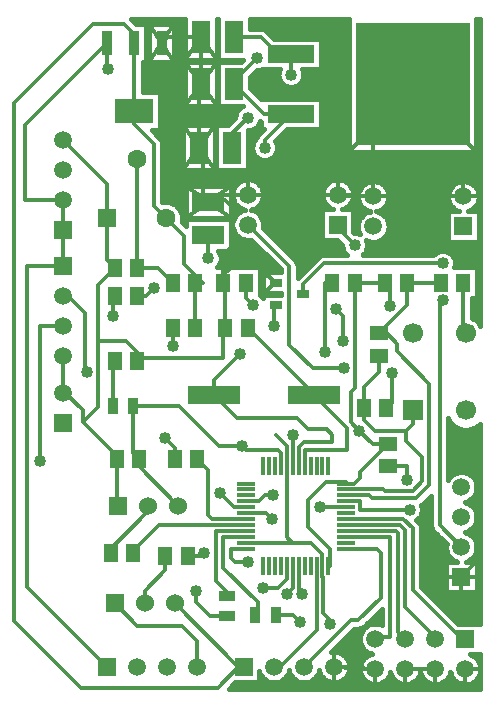
<source format=gbr>
G04 DipTrace 3.1.0.1*
G04 copper-top.gbr*
%MOIN*%
G04 #@! TF.FileFunction,Copper,L1,Top*
G04 #@! TF.Part,Single*
G04 #@! TA.AperFunction,CopperBalancing*
%ADD14C,0.012992*%
%ADD15C,0.011811*%
%ADD16C,0.015748*%
%ADD17R,0.051181X0.059055*%
%ADD18R,0.062992X0.106299*%
%ADD19R,0.106299X0.062992*%
%ADD20R,0.059055X0.051181*%
%ADD22R,0.055118X0.033465*%
%ADD23R,0.033465X0.055118*%
G04 #@! TA.AperFunction,ComponentPad*
%ADD24R,0.06X0.06*%
%ADD25C,0.06*%
%ADD26R,0.059055X0.059055*%
%ADD27C,0.059055*%
%ADD29R,0.041339X0.025591*%
G04 #@! TA.AperFunction,ComponentPad*
%ADD30R,0.062992X0.062992*%
%ADD31C,0.062992*%
%ADD32R,0.066929X0.066929*%
%ADD33C,0.066929*%
%ADD35R,0.011811X0.062992*%
%ADD36R,0.062992X0.011811*%
%ADD38R,0.037402X0.084646*%
%ADD39R,0.127953X0.084646*%
%ADD41R,0.155512X0.059055*%
%ADD42R,0.38189X0.409449*%
G04 #@! TA.AperFunction,ComponentPad*
%ADD43C,0.059055*%
%ADD45R,0.177165X0.059055*%
G04 #@! TA.AperFunction,ViaPad*
%ADD46C,0.04*%
%FSLAX26Y26*%
G04*
G70*
G90*
G75*
G01*
G04 Top*
%LPD*%
X670093Y1956037D2*
D14*
Y2056037D1*
Y1956037D2*
Y1837299D1*
X1428169Y2343470D2*
X1338472D1*
X1238457Y2443486D1*
X670093Y2056037D2*
X540782D1*
Y2305871D1*
X815882Y2580971D1*
X670093Y1837299D2*
X548194D1*
Y767499D1*
X815753Y499940D1*
X1238457Y2443486D2*
Y2453732D1*
X1315701Y2530976D1*
X818701Y2493701D2*
X815882D1*
Y2580971D1*
X1153218Y1939541D2*
Y1862297D1*
X1340698Y2231008D2*
Y2255999D1*
X1428169Y2343470D1*
X1468745Y1743654D2*
Y1775832D1*
X1538877Y1845963D1*
X1934269D1*
Y1724222D2*
X1923785Y1713738D1*
Y973003D1*
X1996879Y899908D1*
X1610262Y934367D2*
X1759404D1*
Y599929D1*
X1703171D1*
X1709409Y593690D1*
X1610262Y954052D2*
X1780241D1*
X1786220Y948073D1*
Y616879D1*
X1809409Y593690D1*
X1610262Y973738D2*
X1792886D1*
X1809399Y957224D1*
Y699919D1*
X1915627Y593690D1*
X1909409D1*
X1610262Y993423D2*
X1803365D1*
X1834396Y962391D1*
Y756163D1*
X1994094Y596465D1*
Y609005D1*
X2009409Y593690D1*
X1559425Y643675D2*
Y656173D1*
X1534428Y681171D1*
Y798982D1*
X1533491Y799919D1*
D15*
Y837911D1*
X2003129Y2068535D2*
D14*
X1760236D1*
X1703129D1*
X1590672D1*
X1584423Y2074785D1*
X1703129Y2068535D2*
Y2312878D1*
X1833720Y2443470D1*
X1584423Y2074785D2*
X1284423D1*
X1178226D1*
X1153218Y2049777D1*
X1134470D1*
Y2231008D1*
X1121971D1*
Y2443486D1*
X1128220D1*
Y2599717D2*
Y2443486D1*
Y2599717D2*
X1015730D1*
X996984Y2580971D1*
X815753Y1996661D2*
Y1856047D1*
X840751Y1831050D1*
X815753Y1996661D2*
Y2110377D1*
X670093Y2256037D1*
Y1537299D2*
Y1412349D1*
Y1420112D1*
X734617Y1355588D1*
Y1316575D1*
X857575Y1193617D1*
X847000D1*
X915743Y1518583D2*
Y1549829D1*
X878247Y1587325D1*
X784507D1*
Y1774806D1*
X840751Y1831050D1*
X1209462Y1631071D2*
Y1774995D1*
X1203402Y1781055D1*
Y1874984D1*
X1228210Y1899793D1*
Y2037278D1*
X1209462Y2056026D1*
X1159467D1*
X1153218Y2049777D1*
X915743Y1518583D2*
Y1531081D1*
X1203213D1*
Y1631071D1*
X1209462D1*
X1203402Y1781055D2*
Y1806241D1*
X1278205Y1881045D1*
X1378194Y1781055D1*
X1115753Y499940D2*
Y587399D1*
X1065727Y637425D1*
X915743D1*
X840751Y712417D1*
X784507Y1587325D2*
Y1366465D1*
X734617Y1316575D1*
X847000Y1193617D2*
Y1043633D1*
X853249Y1037383D1*
X1709409Y493690D2*
X1571955Y499940D1*
X1909409Y493690D2*
X1809409D1*
X1600990Y1587836D2*
Y1669235D1*
X1576924Y1693301D1*
X1727698Y1884785D2*
X1760236Y1917323D1*
Y2068535D1*
X1996879Y799908D2*
X2046063Y849092D1*
Y1141339D1*
X1968701Y1218701D1*
X1671913Y1362349D2*
Y1324150D1*
X1708268Y1287795D1*
X1812205D1*
X1834396Y1309987D1*
Y1356100D1*
X1721908Y1537331D2*
Y1483325D1*
X1671913Y1433331D1*
Y1362349D1*
X1279554Y914682D2*
D15*
X1317546D1*
D14*
X1432977D1*
X1494711D1*
X1533491Y875903D1*
D15*
Y837911D1*
X1812205Y1287795D2*
D14*
Y1253304D1*
X1865643Y1199866D1*
Y1118625D1*
X1834396Y1087378D1*
X1740656D1*
X1734407Y1093627D1*
X1650034D1*
X1648255Y1091848D1*
D15*
X1610262D1*
X1415381Y1168619D2*
Y1206612D1*
D14*
Y1237672D1*
X1378194Y1274858D1*
X1415381Y1168619D2*
D15*
Y1130627D1*
D14*
Y932278D1*
X1432977Y914682D1*
X1279554Y954052D2*
X1178215D1*
Y787409D1*
X1228055Y737570D1*
X1215711D1*
X1279554Y934367D2*
X1203213D1*
Y831433D1*
X1318504Y716142D1*
Y683974D1*
X1309451Y674921D1*
X1928136Y1781055D2*
X1815459D1*
Y1705685D1*
X1721908Y1612134D1*
X1610262Y1072163D2*
X1690042D1*
X1699824Y1062381D1*
X1846895D1*
X1890157Y1105643D1*
Y1443701D1*
X1781444Y1552415D1*
Y1578399D1*
X1747709Y1612134D1*
X1721908D1*
X1506612Y1406094D2*
Y1408724D1*
X1284265Y1631071D1*
X1474436Y1168619D2*
D15*
Y1206612D1*
D14*
Y1224864D1*
X1615669D1*
Y1297037D1*
X1506612Y1406094D1*
X1278205Y1781055D2*
Y1731060D1*
X1303202Y1706063D1*
X1171966Y1406094D2*
Y1456089D1*
X1259457Y1543580D1*
X1454751Y1168619D2*
D15*
Y1206612D1*
D14*
Y1232677D1*
X1471934Y1249861D1*
X1565675D1*
Y1274858D1*
X1546927Y1293606D1*
X1484433D1*
X1446937Y1331102D1*
X1246958D1*
X1171966Y1406094D1*
X915554Y1831050D2*
X984486D1*
X1034480Y1781055D1*
X915554Y1831050D2*
Y2192136D1*
X914178Y2193512D1*
X1279554Y1052478D2*
Y1052521D1*
X1323248D1*
X1343497Y1072770D1*
X1367117D1*
X1284423Y1974785D2*
X1422441Y1836766D1*
Y1573622D1*
X1500394Y1495669D1*
X1604331D1*
X1740656Y1781055D2*
X1640478D1*
X906433Y2352625D2*
Y2580971D1*
X1109283Y1631071D2*
Y1781055D1*
X1134470D1*
X1071976Y1843549D1*
Y1937289D1*
X1012604Y1996661D1*
X906433Y2352625D2*
Y2309060D1*
X971987Y2243507D1*
Y2037278D1*
X1012604Y1996661D1*
X903244Y1368598D2*
Y1212176D1*
X921803Y1193617D1*
Y1168829D1*
X1053249Y1037383D1*
X1232207Y2231008D2*
Y2278751D1*
X1284454Y2330997D1*
X1271955Y499940D2*
X1253228D1*
X1040751Y712417D1*
X1279554Y894997D2*
D15*
X1241562D1*
D14*
X1228210D1*
Y862402D1*
X1240709Y849903D1*
X1284454D1*
X1553176Y837911D2*
X1557457D1*
Y892937D1*
X1484433Y965961D1*
Y1056131D1*
X1544115Y1115814D1*
X1610262D1*
Y1111533D1*
X906433Y2580971D2*
X903244D1*
Y2612218D1*
X871761Y2643701D1*
X768701D1*
X504344Y2379344D1*
Y655115D1*
X728262Y431197D1*
X1184486D1*
X1253228Y499940D1*
X1640478Y1781055D2*
X1642148D1*
Y1429550D1*
X1628575Y1415976D1*
Y1315520D1*
X1656299Y1287795D1*
X1700672Y1243423D1*
X1753155D1*
X1746717Y1362349D2*
X1763965Y1379597D1*
Y1478995D1*
X1759280Y1703621D2*
X1756997Y1705903D1*
Y1764714D1*
X1740656Y1781055D1*
X1610262Y1111533D2*
X1639824D1*
X1659415Y1131123D1*
Y1149682D1*
X1753155Y1243423D1*
X1266535Y1235827D2*
X1188583D1*
X1055811Y1368598D1*
X903244D1*
X1395696Y1168619D2*
D15*
Y1206612D1*
D14*
Y1213612D1*
X1384444Y1224864D1*
X1277499D1*
X1266535Y1235827D1*
X1454751Y837911D2*
D15*
Y799919D1*
D14*
Y754598D1*
X1465685Y743664D1*
X1584423Y1974785D2*
Y1962286D1*
X1640667Y1906042D1*
X916203Y1735432D2*
X945112D1*
X971987Y1762307D1*
X1279554Y1013108D2*
D15*
X1317546D1*
D14*
X1345245D1*
X1364171Y994182D1*
X834316Y1670852D2*
Y1728348D1*
X841400Y1735432D1*
X1435066Y837911D2*
D15*
Y799919D1*
D14*
Y763039D1*
X1415690Y743664D1*
X1610262Y1032793D2*
X1526378D1*
X1139528Y880866D2*
X1127312Y868651D1*
X1084286D1*
X1513806Y837911D2*
Y623052D1*
X1371955Y481202D1*
Y499940D1*
X1610262Y894997D2*
D15*
X1648255D1*
D14*
X1714310D1*
X1728157Y881150D1*
Y731165D1*
X1653165Y656173D1*
X1628189D1*
X1471955Y499940D1*
X1610262Y1052478D2*
D15*
X1657657D1*
D14*
Y1024885D1*
X1823890D1*
X1040919Y1193617D2*
Y1230924D1*
X1009483Y1262360D1*
X1279554Y993423D2*
D15*
X1241562D1*
D14*
X1165932D1*
X1153218Y1006136D1*
Y1156121D1*
X1115722Y1193617D1*
X1428189Y2543472D2*
X1384446D1*
X1328202Y2599717D1*
X1238457D1*
X1371945Y1637320D2*
Y1700003D1*
X1378194Y1706252D1*
X1428189Y2474732D2*
Y2543472D1*
X1279554Y973738D2*
X989583D1*
X903244Y887399D1*
X909493D1*
X903244Y881150D1*
X1009483Y868651D2*
Y822869D1*
X940751Y754136D1*
Y712417D1*
X828441Y881150D2*
X815753D1*
X953249Y1018646D1*
Y1037383D1*
X670093Y1637299D2*
X590385D1*
Y1188060D1*
X1415381Y837911D2*
D15*
Y799919D1*
D14*
Y793349D1*
X1384444Y762412D1*
X1334449D1*
X670093Y1737299D2*
X684528D1*
X740761Y1681066D1*
Y1493585D1*
X747198Y1482329D1*
X1279554Y1032793D2*
D15*
X1241562D1*
D14*
X1239050D1*
X1190714Y1081129D1*
X1435066Y1168619D2*
D15*
X1434438Y1206612D1*
D14*
Y1274858D1*
X1540677Y1549829D2*
Y1781055D1*
X1565675D1*
X2002940D2*
Y1620627D1*
X2011562Y1612005D1*
X1034480Y1631071D2*
Y1570570D1*
X1110630Y751906D2*
Y716142D1*
X1158100Y668672D1*
X1215711D1*
X1815648Y1124874D2*
Y1168619D1*
X1753155D1*
X1378349Y674921D2*
X1434438D1*
X1459436Y649924D1*
X834346Y1368598D2*
Y1511990D1*
X840940Y1518583D1*
D46*
X1934269Y1845963D3*
Y1724222D3*
X1600990Y1587836D3*
X1576924Y1693301D3*
X1727698Y1884785D3*
X1968701Y1218701D3*
X1367117Y1072770D3*
X1604331Y1495669D3*
X1763965Y1478995D3*
X1759280Y1703621D3*
X1266535Y1235827D3*
X1656299Y1287795D3*
X1266535Y1235827D3*
X1364171Y994182D3*
X834316Y1670852D3*
X1526378Y1032793D3*
X1139528Y880866D3*
X1823890Y1024885D3*
X1034480Y1570570D3*
X1110630Y751906D3*
X1459436Y649924D3*
X1815648Y1124874D3*
X1559425Y643675D3*
X971987Y1762307D3*
X1640667Y1906042D3*
X1284454Y2330997D3*
X1315701Y2530976D3*
X818701Y2493701D3*
X1465685Y743664D3*
X1415690D3*
X1434438Y1274858D3*
X1540677Y1549829D3*
X1009483Y1262360D3*
X1153218Y1862297D3*
X1340698Y2231008D3*
X1371945Y1637320D3*
X1428189Y2474732D3*
X590385Y1188060D3*
X1284454Y849903D3*
X1190714Y1081129D3*
X1334449Y762412D3*
X1303202Y1706063D3*
X1259457Y1543580D3*
X747198Y1482329D3*
X1038770Y2644226D2*
D16*
X1073668D1*
X1293015D2*
X1619713D1*
X2047752D2*
X2058258D1*
X1038770Y2628609D2*
X1073668D1*
X1293015D2*
X1619713D1*
X2047752D2*
X2058258D1*
X1038770Y2612992D2*
X1073668D1*
X1356099D2*
X1619713D1*
X2047752D2*
X2058258D1*
X1038770Y2597375D2*
X1073668D1*
X1371694D2*
X1619713D1*
X2047752D2*
X2058258D1*
X1038770Y2581759D2*
X1073668D1*
X1529020D2*
X1619713D1*
X2047752D2*
X2058258D1*
X1038770Y2566142D2*
X1073668D1*
X1529020D2*
X1619713D1*
X2047752D2*
X2058258D1*
X1038770Y2550525D2*
X1073668D1*
X1529020D2*
X1619713D1*
X2047752D2*
X2058258D1*
X1038770Y2534908D2*
X1073668D1*
X1529020D2*
X1619713D1*
X2047752D2*
X2058258D1*
X1038770Y2519291D2*
X1262860D1*
X1529020D2*
X1619713D1*
X2047752D2*
X2058258D1*
X936008Y2503675D2*
X1073668D1*
X1529020D2*
X1619713D1*
X2047752D2*
X2058258D1*
X936008Y2488058D2*
X1073668D1*
X1313930D2*
X1387306D1*
X1469073D2*
X1619713D1*
X2047752D2*
X2058258D1*
X936008Y2472441D2*
X1073668D1*
X1298336D2*
X1385184D1*
X1471195D2*
X1619713D1*
X2047752D2*
X2058258D1*
X936008Y2456824D2*
X1073668D1*
X1293015D2*
X1389182D1*
X1467197D2*
X1619713D1*
X2047752D2*
X2058258D1*
X936008Y2441207D2*
X1073668D1*
X1293015D2*
X1402162D1*
X1454217D2*
X1619713D1*
X2047752D2*
X2058258D1*
X936008Y2425591D2*
X1073668D1*
X1297506D2*
X1619713D1*
X2047752D2*
X2058258D1*
X993495Y2409974D2*
X1073668D1*
X1313131D2*
X1619713D1*
X2047752D2*
X2058258D1*
X993495Y2394357D2*
X1073668D1*
X1528989D2*
X1619713D1*
X2047752D2*
X2058258D1*
X993495Y2378740D2*
X1073668D1*
X1528989D2*
X1619713D1*
X2047752D2*
X2058258D1*
X993495Y2363123D2*
X1256616D1*
X1528989D2*
X1619713D1*
X2047752D2*
X2058258D1*
X993495Y2347507D2*
X1244805D1*
X1528989D2*
X1619713D1*
X2047752D2*
X2058258D1*
X993495Y2331890D2*
X1241391D1*
X1528989D2*
X1619713D1*
X2047752D2*
X2058258D1*
X993495Y2316273D2*
X1228565D1*
X1528989D2*
X1619713D1*
X2047752D2*
X2058258D1*
X993495Y2300656D2*
X1067394D1*
X1314330D2*
X1327328D1*
X1528989D2*
X1619713D1*
X2047752D2*
X2058258D1*
X971626Y2285039D2*
X1067394D1*
X1286771D2*
X1328589D1*
X1410910D2*
X1619713D1*
X2047752D2*
X2058258D1*
X987220Y2269423D2*
X1067394D1*
X1286771D2*
X1314564D1*
X1395285D2*
X1619713D1*
X2047752D2*
X2058258D1*
X999585Y2253806D2*
X1067394D1*
X1286771D2*
X1304444D1*
X1379660D2*
X1619713D1*
X2047752D2*
X2058258D1*
X1001553Y2238189D2*
X1067394D1*
X1286771D2*
X1298262D1*
X1383135D2*
X1619713D1*
X2047752D2*
X2058258D1*
X1001553Y2222572D2*
X1067394D1*
X1286771D2*
X1298508D1*
X1382889D2*
X1619713D1*
X2047752D2*
X2058258D1*
X1001553Y2206955D2*
X1067394D1*
X1286771D2*
X1305306D1*
X1376092D2*
X2058258D1*
X1001553Y2191339D2*
X1067394D1*
X1286771D2*
X1326959D1*
X1354438D2*
X2058258D1*
X1001553Y2175722D2*
X1067394D1*
X1286771D2*
X2058258D1*
X1001553Y2160105D2*
X1067394D1*
X1286771D2*
X2058258D1*
X1001553Y2144488D2*
X2058258D1*
X1001553Y2128871D2*
X2058258D1*
X1001553Y2113255D2*
X1249326D1*
X1319528D2*
X1549339D1*
X1619510D2*
X1676984D1*
X1729285D2*
X1976996D1*
X2029266D2*
X2058258D1*
X1001553Y2097638D2*
X1076990D1*
X1331616D2*
X1537220D1*
X1631628D2*
X1659636D1*
X1746601D2*
X1959649D1*
X2046614D2*
X2058258D1*
X1001553Y2082021D2*
X1076990D1*
X1336506D2*
X1532330D1*
X1636519D2*
X1652347D1*
X1753922D2*
X1952359D1*
X1001553Y2066404D2*
X1076990D1*
X1336322D2*
X1532514D1*
X1636334D2*
X1650563D1*
X1755675D2*
X1950575D1*
X1001553Y2050787D2*
X1076990D1*
X1229438D2*
X1237823D1*
X1331032D2*
X1537804D1*
X1631013D2*
X1653731D1*
X1752537D2*
X1953712D1*
X1050581Y2035171D2*
X1076990D1*
X1229438D2*
X1250680D1*
X1318144D2*
X1550692D1*
X1618156D2*
X1662958D1*
X1743310D2*
X1962940D1*
X2043292D2*
X2058258D1*
X1061962Y2019554D2*
X1076990D1*
X1229438D2*
X1258369D1*
X1310485D2*
X1531837D1*
X1637011D2*
X1687257D1*
X1718981D2*
X1950544D1*
X1066668Y2003937D2*
X1076990D1*
X1229438D2*
X1240960D1*
X1327864D2*
X1531837D1*
X1637011D2*
X1664804D1*
X1741434D2*
X1950544D1*
X1066514Y1988320D2*
X1076990D1*
X1335184D2*
X1531837D1*
X1637011D2*
X1654531D1*
X1751738D2*
X1950544D1*
X1336968Y1972703D2*
X1531837D1*
X1637011D2*
X1650686D1*
X1755552D2*
X1950544D1*
X1343273Y1957087D2*
X1531837D1*
X1637011D2*
X1651824D1*
X1754414D2*
X1950544D1*
X1229438Y1941470D2*
X1244190D1*
X1358898D2*
X1531837D1*
X1747955D2*
X1950544D1*
X1229438Y1925853D2*
X1268396D1*
X1374523D2*
X1531837D1*
X1732668D2*
X1950544D1*
X1229438Y1910236D2*
X1307797D1*
X1390117D2*
X1595322D1*
X1683517D2*
X2058258D1*
X1229438Y1894619D2*
X1323422D1*
X1405742D2*
X1599197D1*
X1682133D2*
X2058258D1*
X1192775Y1879003D2*
X1339047D1*
X1421367D2*
X1607625D1*
X1673705D2*
X1907268D1*
X1961260D2*
X2058258D1*
X1196281Y1863386D2*
X1354672D1*
X1436992D2*
X1515136D1*
X1973717D2*
X2058258D1*
X1193667Y1847769D2*
X1370266D1*
X1449757D2*
X1499511D1*
X1977501D2*
X2058258D1*
X1183302Y1832152D2*
X1385891D1*
X1452002D2*
X1483917D1*
X1975163D2*
X2058258D1*
X1326879Y1816535D2*
X1392873D1*
X1452002D2*
X1468292D1*
X2032496Y1722835D2*
X2058258D1*
X2032496Y1707218D2*
X2058258D1*
X2032496Y1691601D2*
X2058258D1*
X2032496Y1675984D2*
X2058258D1*
X2039262Y1660367D2*
X2058258D1*
X1953356Y1301181D2*
X1974136D1*
X2049013D2*
X2058258D1*
X1953356Y1285564D2*
X2058258D1*
X1953356Y1269948D2*
X2058258D1*
X1953356Y1254331D2*
X2058258D1*
X1953356Y1238714D2*
X2058258D1*
X1953356Y1223097D2*
X2058258D1*
X1953356Y1207480D2*
X2058258D1*
X1953356Y1191864D2*
X2058258D1*
X1953356Y1176247D2*
X2058258D1*
X1953356Y1160630D2*
X2058258D1*
X1953356Y1145013D2*
X1971460D1*
X2022315D2*
X2058258D1*
X2040093Y1129396D2*
X2058258D1*
X2047567Y1113780D2*
X2058258D1*
X2049443Y1098163D2*
X2058258D1*
X2046429Y1082546D2*
X2058258D1*
X2037386Y1066929D2*
X2058258D1*
X1876984Y1051312D2*
X1894227D1*
X2014010D2*
X2058258D1*
X1865726Y1035696D2*
X1894227D1*
X2034833D2*
X2058258D1*
X1866865Y1020079D2*
X1894227D1*
X2045322D2*
X2058258D1*
X1861820Y1004462D2*
X1894227D1*
X2049259D2*
X2058258D1*
X1849117Y988845D2*
X1894227D1*
X2048274D2*
X2058258D1*
X1861789Y973228D2*
X1894227D1*
X2041938D2*
X2058258D1*
X1863973Y957612D2*
X1898840D1*
X2026990D2*
X2058258D1*
X1863973Y941995D2*
X1913635D1*
X2027298D2*
X2058258D1*
X1863973Y926378D2*
X1929260D1*
X2042061D2*
X2058258D1*
X1863973Y910761D2*
X1944854D1*
X2048305D2*
X2058258D1*
X1863973Y895144D2*
X1944516D1*
X2049259D2*
X2058258D1*
X1863973Y879528D2*
X1948514D1*
X2045229D2*
X2058258D1*
X1863973Y863911D2*
X1959157D1*
X2034618D2*
X2058258D1*
X1863973Y848294D2*
X1944270D1*
X2049474D2*
X2058258D1*
X1863973Y832677D2*
X1944270D1*
X2049474D2*
X2058258D1*
X1863973Y817060D2*
X1944270D1*
X2049474D2*
X2058258D1*
X1863973Y801444D2*
X1944270D1*
X2049474D2*
X2058258D1*
X1863973Y785827D2*
X1944270D1*
X2049474D2*
X2058258D1*
X1863973Y770210D2*
X1944270D1*
X2049474D2*
X2058258D1*
X1877138Y754593D2*
X1944270D1*
X2049474D2*
X2058258D1*
X1892732Y738976D2*
X2058258D1*
X1908357Y723360D2*
X2058258D1*
X1923982Y707743D2*
X2058258D1*
X1939607Y692126D2*
X2058258D1*
X1714675Y676509D2*
X1729826D1*
X1955201D2*
X2058258D1*
X1699050Y660892D2*
X1729826D1*
X1970826D2*
X2058258D1*
X1683425Y645276D2*
X1729826D1*
X1986451D2*
X2058258D1*
X1663709Y629659D2*
X1671632D1*
X1627230Y614042D2*
X1661051D1*
X1611605Y598425D2*
X1657022D1*
X1595980Y582808D2*
X1657975D1*
X1580355Y567192D2*
X1664219D1*
X1564761Y551575D2*
X1679045D1*
X1609667Y535958D2*
X1679260D1*
X2039570D2*
X2058258D1*
X1620309Y520341D2*
X1664312D1*
X1624339Y504724D2*
X1658006D1*
X1623385Y489108D2*
X1657022D1*
X1417154Y473491D2*
X1426738D1*
X1517178D2*
X1526752D1*
X1617172D2*
X1660990D1*
X1324542Y457874D2*
X1341508D1*
X1402421D2*
X1441502D1*
X1502414D2*
X1541495D1*
X1602408D2*
X1671509D1*
X1747339D2*
X1771503D1*
X1847333D2*
X1871497D1*
X1947327D2*
X1971491D1*
X2047321D2*
X2058258D1*
X1236697Y442257D2*
X2058258D1*
X1238992Y1832079D2*
X1325291D1*
Y1741189D1*
X1330152Y1737617D1*
X1334756Y1733013D1*
X1336025Y1731403D1*
X1336029Y1740543D1*
X1394438D1*
X1393588Y1746764D1*
X1336029D1*
Y1815346D1*
X1394451D1*
X1394449Y1825191D1*
X1294794Y1924827D1*
X1288426Y1923918D1*
X1280419D1*
X1272511Y1925171D1*
X1264897Y1927645D1*
X1257763Y1931280D1*
X1251285Y1935986D1*
X1245624Y1941648D1*
X1240918Y1948125D1*
X1237283Y1955259D1*
X1234809Y1962874D1*
X1233556Y1970782D1*
Y1978788D1*
X1234809Y1986696D1*
X1237283Y1994311D1*
X1240918Y2001445D1*
X1245624Y2007922D1*
X1251285Y2013583D1*
X1257763Y2018290D1*
X1264897Y2021924D1*
X1272511Y2024399D1*
X1274338Y2024762D1*
X1268764Y2026223D1*
X1262903Y2028521D1*
X1257370Y2031523D1*
X1252249Y2035184D1*
X1247617Y2039447D1*
X1243545Y2044249D1*
X1240096Y2049515D1*
X1237322Y2055166D1*
X1235264Y2061115D1*
X1233955Y2067273D1*
X1233414Y2073545D1*
X1233650Y2079835D1*
X1234658Y2086049D1*
X1236424Y2092092D1*
X1238920Y2097871D1*
X1242110Y2103298D1*
X1245943Y2108292D1*
X1250362Y2112775D1*
X1255300Y2116681D1*
X1260680Y2119948D1*
X1266423Y2122528D1*
X1272439Y2124381D1*
X1278638Y2125479D1*
X1284924Y2125806D1*
X1291203Y2125356D1*
X1297379Y2124136D1*
X1303358Y2122165D1*
X1309048Y2119472D1*
X1314364Y2116100D1*
X1319224Y2112098D1*
X1323554Y2107529D1*
X1327288Y2102461D1*
X1330370Y2096971D1*
X1332752Y2091145D1*
X1334399Y2085069D1*
X1335285Y2078836D1*
X1335422Y2073210D1*
X1334840Y2066942D1*
X1333490Y2060793D1*
X1331394Y2054857D1*
X1328582Y2049225D1*
X1325099Y2043981D1*
X1320996Y2039207D1*
X1316336Y2034974D1*
X1311191Y2031347D1*
X1305638Y2028381D1*
X1299762Y2026122D1*
X1294576Y2024788D1*
X1300190Y2023311D1*
X1307587Y2020247D1*
X1314414Y2016064D1*
X1320502Y2010864D1*
X1325702Y2004776D1*
X1329885Y1997949D1*
X1332949Y1990552D1*
X1334818Y1982767D1*
X1335446Y1974785D1*
X1334818Y1966803D1*
X1334351Y1964455D1*
X1443726Y1854946D1*
X1446308Y1851392D1*
X1448302Y1847479D1*
X1449660Y1843301D1*
X1450347Y1838963D1*
X1450433Y1797120D1*
X1520697Y1867249D1*
X1524251Y1869831D1*
X1528164Y1871825D1*
X1532342Y1873182D1*
X1536680Y1873869D1*
X1593995Y1873955D1*
X1614326D1*
X1609113Y1879092D1*
X1605285Y1884360D1*
X1602329Y1890162D1*
X1600317Y1896355D1*
X1599299Y1902786D1*
X1599243Y1907886D1*
X1583356Y1923766D1*
X1533399Y1923761D1*
Y2025808D1*
X1570093D1*
X1564341Y2027879D1*
X1558718Y2030709D1*
X1553486Y2034210D1*
X1548725Y2038328D1*
X1544507Y2043002D1*
X1540897Y2048159D1*
X1537950Y2053721D1*
X1535709Y2059605D1*
X1534211Y2065719D1*
X1533477Y2071971D1*
X1533518Y2078266D1*
X1534334Y2084508D1*
X1535913Y2090602D1*
X1538230Y2096456D1*
X1541250Y2101979D1*
X1544927Y2107088D1*
X1549206Y2111706D1*
X1554021Y2115762D1*
X1559298Y2119194D1*
X1564958Y2121950D1*
X1570914Y2123988D1*
X1577076Y2125277D1*
X1583350Y2125797D1*
X1589640Y2125541D1*
X1595850Y2124512D1*
X1601887Y2122727D1*
X1607658Y2120211D1*
X1613075Y2117004D1*
X1618056Y2113154D1*
X1622525Y2108721D1*
X1626414Y2103770D1*
X1629663Y2098379D1*
X1632224Y2092628D1*
X1634058Y2086606D1*
X1635136Y2080404D1*
X1635446Y2074785D1*
X1635058Y2068502D1*
X1633899Y2062314D1*
X1631986Y2056316D1*
X1629350Y2050600D1*
X1626030Y2045251D1*
X1622076Y2040352D1*
X1617550Y2035978D1*
X1612519Y2032193D1*
X1607060Y2029058D1*
X1601257Y2026618D1*
X1598707Y2025807D1*
X1635446Y2025808D1*
Y1950851D1*
X1638819Y1947477D1*
X1643922Y1947410D1*
X1650354Y1946392D1*
X1656547Y1944379D1*
X1658754Y1943362D1*
X1655989Y1949010D1*
X1653515Y1956624D1*
X1652262Y1964532D1*
Y1972539D1*
X1653515Y1980447D1*
X1655989Y1988061D1*
X1659624Y1995195D1*
X1664330Y2001673D1*
X1669991Y2007334D1*
X1676469Y2012040D1*
X1683603Y2015675D1*
X1691217Y2018149D1*
X1693044Y2018513D1*
X1687470Y2019974D1*
X1681609Y2022272D1*
X1676076Y2025274D1*
X1670955Y2028934D1*
X1666323Y2033198D1*
X1662251Y2037999D1*
X1658802Y2043265D1*
X1656028Y2048916D1*
X1653970Y2054866D1*
X1652661Y2061023D1*
X1652120Y2067295D1*
X1652356Y2073586D1*
X1653364Y2079800D1*
X1655130Y2085842D1*
X1657626Y2091621D1*
X1660816Y2097049D1*
X1664649Y2102043D1*
X1669068Y2106526D1*
X1674006Y2110431D1*
X1679386Y2113699D1*
X1685129Y2116279D1*
X1691145Y2118132D1*
X1697344Y2119230D1*
X1703630Y2119557D1*
X1709909Y2119106D1*
X1716085Y2117887D1*
X1722064Y2115915D1*
X1727754Y2113223D1*
X1733070Y2109850D1*
X1737930Y2105849D1*
X1742260Y2101279D1*
X1745994Y2096211D1*
X1749076Y2090722D1*
X1751458Y2084895D1*
X1753105Y2078819D1*
X1753991Y2072587D1*
X1754128Y2066961D1*
X1753546Y2060693D1*
X1752196Y2054544D1*
X1750100Y2048608D1*
X1747288Y2042975D1*
X1743805Y2037732D1*
X1739702Y2032957D1*
X1735042Y2028724D1*
X1729897Y2025097D1*
X1724344Y2022132D1*
X1718468Y2019872D1*
X1713282Y2018538D1*
X1718896Y2017062D1*
X1726293Y2013998D1*
X1733120Y2009814D1*
X1739208Y2004615D1*
X1744408Y1998526D1*
X1748591Y1991700D1*
X1751655Y1984303D1*
X1753524Y1976517D1*
X1754152Y1968535D1*
X1753524Y1960554D1*
X1751655Y1952768D1*
X1748591Y1945371D1*
X1744408Y1938545D1*
X1739208Y1932456D1*
X1733120Y1927256D1*
X1726293Y1923073D1*
X1718896Y1920009D1*
X1711110Y1918140D1*
X1703129Y1917512D1*
X1695147Y1918140D1*
X1687361Y1920009D1*
X1679964Y1923073D1*
X1677984Y1924182D1*
X1680132Y1918865D1*
X1681652Y1912533D1*
X1682163Y1906042D1*
X1681652Y1899551D1*
X1680132Y1893219D1*
X1677640Y1887203D1*
X1674238Y1881651D1*
X1670009Y1876700D1*
X1666947Y1873960D1*
X1903388Y1873955D1*
X1907196Y1877662D1*
X1912488Y1881507D1*
X1918316Y1884476D1*
X1924538Y1886498D1*
X1930998Y1887521D1*
X1937540D1*
X1944001Y1886498D1*
X1950222Y1884476D1*
X1956050Y1881507D1*
X1961342Y1877662D1*
X1965968Y1873036D1*
X1969812Y1867744D1*
X1972782Y1861916D1*
X1974804Y1855695D1*
X1975827Y1849234D1*
Y1842693D1*
X1974804Y1836232D1*
X1973548Y1832086D1*
X2050026Y1832079D1*
Y1730031D1*
X2030926D1*
X2030932Y1663468D1*
X2036513Y1660976D1*
X2043867Y1656469D1*
X2050425Y1650868D1*
X2056026Y1644310D1*
X2059848Y1638178D1*
X2059842Y2659812D1*
X2046155Y2659842D1*
X2046162Y2217249D1*
X1621280D1*
Y2659837D1*
X1291419Y2659842D1*
X1291449Y2627702D1*
X1330398Y2627622D1*
X1334737Y2626935D1*
X1338914Y2625578D1*
X1342828Y2623584D1*
X1346382Y2621002D1*
X1373029Y2594477D1*
X1527441Y2594496D1*
Y2492449D1*
X1465710D1*
X1467654Y2487555D1*
X1469174Y2481224D1*
X1469685Y2474732D1*
X1469174Y2468241D1*
X1467654Y2461909D1*
X1465162Y2455893D1*
X1461760Y2450342D1*
X1457531Y2445390D1*
X1452580Y2441161D1*
X1447028Y2437759D1*
X1441012Y2435267D1*
X1434680Y2433747D1*
X1428189Y2433236D1*
X1421698Y2433747D1*
X1415366Y2435267D1*
X1409350Y2437759D1*
X1403798Y2441161D1*
X1398847Y2445390D1*
X1394618Y2450342D1*
X1391216Y2455893D1*
X1388724Y2461909D1*
X1387204Y2468241D1*
X1386693Y2474732D1*
X1387204Y2481224D1*
X1388724Y2487555D1*
X1390699Y2492450D1*
X1331114Y2492449D1*
X1325388Y2490627D1*
X1318957Y2489608D1*
X1313857Y2489553D1*
X1291452Y2467141D1*
X1291449Y2430071D1*
X1328913Y2392616D1*
X1328917Y2394493D1*
X1527421D1*
Y2292446D1*
X1416724D1*
X1376430Y2252144D1*
X1379036Y2246888D1*
X1381048Y2240695D1*
X1382066Y2234264D1*
Y2227752D1*
X1381048Y2221321D1*
X1379036Y2215128D1*
X1376079Y2209326D1*
X1372252Y2204058D1*
X1367648Y2199454D1*
X1362380Y2195627D1*
X1356578Y2192671D1*
X1350385Y2190658D1*
X1343954Y2189640D1*
X1337442D1*
X1331011Y2190658D1*
X1324818Y2192671D1*
X1319017Y2195627D1*
X1313749Y2199454D1*
X1309144Y2204058D1*
X1305317Y2209326D1*
X1302361Y2215128D1*
X1300349Y2221321D1*
X1299330Y2227752D1*
Y2234264D1*
X1300349Y2240695D1*
X1302361Y2246888D1*
X1305317Y2252690D1*
X1309144Y2257957D1*
X1313422Y2262259D1*
X1314837Y2266711D1*
X1316831Y2270625D1*
X1319413Y2274178D1*
X1337543Y2292430D1*
X1328917Y2292446D1*
Y2317145D1*
X1325757Y2318533D1*
X1323919Y2318174D1*
X1321427Y2312159D1*
X1318025Y2306607D1*
X1313796Y2301655D1*
X1308845Y2297426D1*
X1303293Y2294024D1*
X1297277Y2291532D1*
X1290945Y2290012D1*
X1285204Y2289531D1*
X1285200Y2156362D1*
X1179215D1*
Y2305653D1*
X1219539D1*
X1243015Y2329145D1*
X1243086Y2334253D1*
X1244105Y2340684D1*
X1246117Y2346877D1*
X1249073Y2352679D1*
X1252900Y2357947D1*
X1257505Y2362551D1*
X1262772Y2366379D1*
X1267499Y2368839D1*
X1185465Y2368840D1*
Y2518131D1*
X1263251D1*
X1270187Y2525049D1*
X1185465Y2525071D1*
Y2659821D1*
X1181213Y2658614D1*
Y2525071D1*
X1075228D1*
Y2659846D1*
X895196Y2659842D1*
X910281Y2644768D1*
X946630Y2644790D1*
Y2517152D1*
X934419D1*
X934425Y2416447D1*
X991906Y2416443D1*
Y2288806D1*
X966284D1*
X993272Y2261686D1*
X995854Y2258132D1*
X997848Y2254219D1*
X999206Y2250041D1*
X999893Y2245703D1*
X999979Y2188388D1*
Y2048901D1*
X1004314Y2049001D1*
X1012604Y2049654D1*
X1020893Y2049001D1*
X1028979Y2047060D1*
X1036662Y2043878D1*
X1043752Y2039533D1*
X1050075Y2034133D1*
X1055475Y2027809D1*
X1059820Y2020719D1*
X1063002Y2013037D1*
X1064943Y2004951D1*
X1065596Y1996661D1*
X1064943Y1988372D1*
X1064205Y1984657D1*
X1078571Y1970282D1*
X1078572Y1992533D1*
X1227864D1*
Y1886548D1*
X1186863D1*
X1190191Y1881135D1*
X1192683Y1875120D1*
X1194203Y1868788D1*
X1194714Y1862297D1*
X1194203Y1855805D1*
X1192683Y1849474D1*
X1190191Y1843458D1*
X1186789Y1837906D1*
X1182560Y1832954D1*
X1181616Y1832082D1*
X1238992Y1832079D1*
X1076803Y2518131D2*
X1181213D1*
Y2368840D1*
X1075229D1*
Y2518131D1*
X1076803D1*
X1080147Y2102769D2*
X1227864D1*
Y1996785D1*
X1078572D1*
Y2102769D1*
X1080147D1*
X1070554Y2305653D2*
X1174963D1*
Y2156362D1*
X1068979D1*
Y2305653D1*
X1070554D1*
X1985422Y644714D2*
X2059813D1*
X2059842Y1311694D1*
X2054159Y1306224D1*
X2050115Y1303036D1*
X2045833Y1300175D1*
X2041339Y1297658D1*
X2036662Y1295502D1*
X2031830Y1293719D1*
X2026873Y1292321D1*
X2021822Y1291317D1*
X2016708Y1290711D1*
X2011562Y1290509D1*
X2006416Y1290711D1*
X2001301Y1291317D1*
X1996250Y1292321D1*
X1991293Y1293719D1*
X1986461Y1295502D1*
X1981784Y1297658D1*
X1977291Y1300175D1*
X1973009Y1303036D1*
X1968964Y1306224D1*
X1965182Y1309720D1*
X1961686Y1313502D1*
X1958498Y1317547D1*
X1955637Y1321829D1*
X1951781Y1329227D1*
X1951777Y1123771D1*
X1955600Y1129899D1*
X1960800Y1135987D1*
X1966888Y1141187D1*
X1973715Y1145371D1*
X1981112Y1148434D1*
X1988897Y1150304D1*
X1996879Y1150932D1*
X2004861Y1150304D1*
X2012646Y1148434D1*
X2020044Y1145371D1*
X2026870Y1141187D1*
X2032958Y1135987D1*
X2038158Y1129899D1*
X2042342Y1123072D1*
X2045406Y1115675D1*
X2047275Y1107890D1*
X2047903Y1099908D1*
X2047275Y1091926D1*
X2045406Y1084141D1*
X2042342Y1076744D1*
X2038158Y1069917D1*
X2032958Y1063829D1*
X2026870Y1058629D1*
X2020044Y1054446D1*
X2012646Y1051382D1*
X2006964Y1049931D1*
X2012646Y1048434D1*
X2020044Y1045371D1*
X2026870Y1041187D1*
X2032958Y1035987D1*
X2038158Y1029899D1*
X2042342Y1023072D1*
X2045406Y1015675D1*
X2047275Y1007890D1*
X2047903Y999908D1*
X2047275Y991926D1*
X2045406Y984141D1*
X2042342Y976744D1*
X2038158Y969917D1*
X2032958Y963829D1*
X2026870Y958629D1*
X2020044Y954446D1*
X2012646Y951382D1*
X2006964Y949931D1*
X2012646Y948434D1*
X2020044Y945371D1*
X2026870Y941187D1*
X2032958Y935987D1*
X2038158Y929899D1*
X2042342Y923072D1*
X2045406Y915675D1*
X2047275Y907890D1*
X2047903Y899908D1*
X2047275Y891926D1*
X2045406Y884141D1*
X2042342Y876744D1*
X2038158Y869917D1*
X2032958Y863829D1*
X2026870Y858629D1*
X2020044Y854446D1*
X2012646Y851382D1*
X2011065Y850936D1*
X2047903Y850932D1*
Y748884D1*
X1945856D1*
Y850932D1*
X1982575D1*
X1977353Y852768D1*
X1970219Y856403D1*
X1963742Y861109D1*
X1958081Y866771D1*
X1953374Y873248D1*
X1949740Y880382D1*
X1947265Y887997D1*
X1946013Y895905D1*
Y903911D1*
X1946951Y910238D1*
X1902499Y954823D1*
X1899917Y958377D1*
X1897923Y962290D1*
X1896566Y966468D1*
X1895879Y970806D1*
X1895793Y1028121D1*
Y1071705D1*
X1865075Y1041095D1*
X1863341Y1039730D1*
X1863536Y1037766D1*
X1865063Y1031406D1*
X1865576Y1024885D1*
X1865063Y1018363D1*
X1863536Y1012003D1*
X1861033Y1005959D1*
X1857615Y1000382D1*
X1853366Y995408D1*
X1848392Y991160D1*
X1846489Y989888D1*
X1855682Y980571D1*
X1858264Y977017D1*
X1860258Y973103D1*
X1861615Y968926D1*
X1862302Y964587D1*
X1862389Y907273D1*
Y767786D1*
X1985446Y644700D1*
X2059849Y542667D2*
X2023883Y542618D1*
X2029798Y540463D1*
X2035403Y537597D1*
X2040611Y534062D1*
X2045345Y529912D1*
X2049532Y525211D1*
X2053109Y520030D1*
X2056020Y514449D1*
X2058221Y508551D1*
X2059680Y502427D1*
X2059842Y501400D1*
Y542686D1*
X2059843Y485963D2*
X2058477Y479699D1*
X2056381Y473763D1*
X2053569Y468130D1*
X2050086Y462887D1*
X2045983Y458112D1*
X2041323Y453879D1*
X2036178Y450252D1*
X2030625Y447287D1*
X2024749Y445027D1*
X2018640Y443509D1*
X2012390Y442754D1*
X2006095Y442774D1*
X1999850Y443570D1*
X1993751Y445129D1*
X1987890Y447427D1*
X1982357Y450429D1*
X1977235Y454089D1*
X1972604Y458353D1*
X1968532Y463154D1*
X1965083Y468420D1*
X1962309Y474071D1*
X1960251Y480021D1*
X1959412Y483532D1*
X1957521Y476698D1*
X1955062Y470903D1*
X1951908Y465455D1*
X1948108Y460436D1*
X1943718Y455924D1*
X1938807Y451986D1*
X1933447Y448684D1*
X1927722Y446066D1*
X1921718Y444174D1*
X1915527Y443035D1*
X1909242Y442667D1*
X1902960Y443076D1*
X1896777Y444255D1*
X1890785Y446187D1*
X1885077Y448842D1*
X1879740Y452180D1*
X1874854Y456150D1*
X1870494Y460691D1*
X1866726Y465734D1*
X1863609Y471203D1*
X1861188Y477014D1*
X1859412Y483532D1*
X1857521Y476698D1*
X1855062Y470903D1*
X1851908Y465455D1*
X1848108Y460436D1*
X1843718Y455924D1*
X1838807Y451986D1*
X1833447Y448684D1*
X1827722Y446066D1*
X1821718Y444174D1*
X1815527Y443035D1*
X1809242Y442667D1*
X1802960Y443076D1*
X1796777Y444255D1*
X1790785Y446187D1*
X1785077Y448842D1*
X1779740Y452180D1*
X1774854Y456150D1*
X1770494Y460691D1*
X1766726Y465734D1*
X1763609Y471203D1*
X1761188Y477014D1*
X1759412Y483532D1*
X1757521Y476698D1*
X1755062Y470903D1*
X1751908Y465455D1*
X1748108Y460436D1*
X1743718Y455924D1*
X1738807Y451986D1*
X1733447Y448684D1*
X1727722Y446066D1*
X1721718Y444174D1*
X1715527Y443035D1*
X1709242Y442667D1*
X1702960Y443076D1*
X1696777Y444255D1*
X1690785Y446187D1*
X1685077Y448842D1*
X1679740Y452180D1*
X1674854Y456150D1*
X1670494Y460691D1*
X1666726Y465734D1*
X1663609Y471203D1*
X1661188Y477014D1*
X1659501Y483079D1*
X1658575Y489306D1*
X1658422Y495599D1*
X1659045Y501863D1*
X1660434Y508003D1*
X1662570Y513925D1*
X1665418Y519539D1*
X1668936Y524760D1*
X1673070Y529507D1*
X1677757Y533710D1*
X1682926Y537303D1*
X1688499Y540232D1*
X1694389Y542453D1*
X1699246Y543688D1*
X1693642Y545164D1*
X1686245Y548228D1*
X1679419Y552411D1*
X1673330Y557611D1*
X1668130Y563699D1*
X1663947Y570526D1*
X1660883Y577923D1*
X1659014Y585708D1*
X1658386Y593690D1*
X1659014Y601672D1*
X1660883Y609457D1*
X1663947Y616855D1*
X1668130Y623681D1*
X1673330Y629769D1*
X1679419Y634969D1*
X1686245Y639153D1*
X1693642Y642217D1*
X1701428Y644086D1*
X1709409Y644714D1*
X1717391Y644086D1*
X1725177Y642217D1*
X1731422Y639683D1*
X1731248Y694669D1*
X1671345Y634888D1*
X1667791Y632306D1*
X1663878Y630312D1*
X1659700Y628954D1*
X1655362Y628267D1*
X1639786Y628181D1*
X1561508Y549882D1*
X1567738Y550789D1*
X1574031Y550921D1*
X1580294Y550277D1*
X1586429Y548867D1*
X1592344Y546713D1*
X1597948Y543846D1*
X1603157Y540311D1*
X1607891Y536161D1*
X1612078Y531460D1*
X1615655Y526280D1*
X1618566Y520698D1*
X1620767Y514800D1*
X1622225Y508676D1*
X1622919Y502419D1*
X1622882Y496792D1*
X1622107Y490545D1*
X1620568Y484440D1*
X1618289Y478572D1*
X1615305Y473029D1*
X1611662Y467896D1*
X1607413Y463250D1*
X1602625Y459163D1*
X1597371Y455696D1*
X1591729Y452903D1*
X1585786Y450826D1*
X1579633Y449497D1*
X1573363Y448935D1*
X1567071Y449150D1*
X1560854Y450138D1*
X1554806Y451884D1*
X1549019Y454362D1*
X1543581Y457533D1*
X1538575Y461350D1*
X1534077Y465755D1*
X1530155Y470679D1*
X1526870Y476050D1*
X1524271Y481783D1*
X1522399Y487793D1*
X1521958Y489781D1*
X1520482Y484172D1*
X1517418Y476775D1*
X1513234Y469949D1*
X1508035Y463860D1*
X1501946Y458661D1*
X1495120Y454477D1*
X1487723Y451413D1*
X1479937Y449544D1*
X1471955Y448916D1*
X1463974Y449544D1*
X1456188Y451413D1*
X1448791Y454477D1*
X1441964Y458661D1*
X1435876Y463860D1*
X1430676Y469949D1*
X1426493Y476775D1*
X1423429Y484172D1*
X1421978Y489855D1*
X1420482Y484172D1*
X1417418Y476775D1*
X1413234Y469949D1*
X1408035Y463860D1*
X1401946Y458661D1*
X1395120Y454477D1*
X1387723Y451413D1*
X1379937Y449544D1*
X1371955Y448916D1*
X1363974Y449544D1*
X1356188Y451413D1*
X1348791Y454477D1*
X1341964Y458661D1*
X1335876Y463860D1*
X1330676Y469949D1*
X1326493Y476775D1*
X1323429Y484172D1*
X1322983Y485754D1*
X1322979Y448916D1*
X1241809D1*
X1220454Y427579D1*
X2059849Y427559D1*
X2059842Y485968D1*
X958362Y2644790D2*
X1037181D1*
Y2517152D1*
X956787D1*
Y2644790D1*
X958362D1*
X1959979Y2019559D2*
X1988799D1*
X1983047Y2021630D1*
X1977424Y2024460D1*
X1972192Y2027960D1*
X1967431Y2032079D1*
X1963213Y2036752D1*
X1959603Y2041910D1*
X1956656Y2047472D1*
X1954415Y2053355D1*
X1952917Y2059469D1*
X1952183Y2065722D1*
X1952224Y2072017D1*
X1953040Y2078259D1*
X1954619Y2084353D1*
X1956936Y2090206D1*
X1959956Y2095730D1*
X1963633Y2100839D1*
X1967912Y2105457D1*
X1972727Y2109513D1*
X1978004Y2112944D1*
X1983664Y2115700D1*
X1989620Y2117738D1*
X1995782Y2119027D1*
X2002056Y2119548D1*
X2008346Y2119292D1*
X2014556Y2118263D1*
X2020593Y2116477D1*
X2026364Y2113962D1*
X2031781Y2110755D1*
X2036762Y2106905D1*
X2041231Y2102471D1*
X2045120Y2097521D1*
X2048369Y2092129D1*
X2050931Y2086379D1*
X2052764Y2080357D1*
X2053842Y2074154D1*
X2054152Y2068535D1*
X2053764Y2062252D1*
X2052605Y2056065D1*
X2050692Y2050067D1*
X2048056Y2044350D1*
X2044736Y2039002D1*
X2040782Y2034103D1*
X2036256Y2029728D1*
X2031225Y2025944D1*
X2025766Y2022808D1*
X2019963Y2020369D1*
X2017413Y2019558D1*
X2054152Y2019559D1*
Y1917512D1*
X1952105D1*
Y2019559D1*
X1959979D1*
X1128220Y2599717D2*
D14*
X1181195Y2525096D1*
X1128220Y2599717D2*
X1075246Y2525096D1*
Y2518106D2*
X1181195Y2368865D1*
Y2518106D2*
X1075246Y2368865D1*
X1078597Y2102751D2*
X1227839Y1996802D1*
Y2102751D2*
X1078597Y1996802D1*
X1068997Y2305628D2*
X1174946Y2156387D1*
Y2305628D2*
X1068997Y2156387D1*
X2009409Y493690D2*
D15*
Y442697D1*
Y493690D2*
X2060402D1*
X1909409D2*
Y442697D1*
X1809409Y493690D2*
Y442697D1*
X1709409Y493690D2*
Y442697D1*
X1658417Y493690D2*
X1709409D1*
X1996879Y799908D2*
Y748915D1*
X1945887Y799908D2*
X2047872D1*
X1336053Y1815327D2*
D14*
X1378194Y1781055D1*
X1336053Y1746783D1*
X1571955Y550932D2*
D15*
Y448947D1*
Y499940D2*
X1622948D1*
X956804Y2644764D2*
D14*
X1037165Y2517178D1*
Y2644764D2*
X956804Y2517178D1*
X1833720Y2443470D2*
X2046141Y2217272D1*
X1833720Y2443470D2*
X1621301Y2217272D1*
X1584423Y2125778D2*
D15*
Y2074785D1*
X1533430D2*
X1635415D1*
X1284423Y2125778D2*
Y2074785D1*
X1233430D2*
X1335415D1*
X2003129Y2119528D2*
Y2068535D1*
X1952136D2*
X2054121D1*
X1703129Y2119528D2*
Y2068535D1*
X1652136D2*
X1754121D1*
D17*
X1284265Y1631071D3*
X1209462D3*
X1278205Y1781055D3*
X1203402D3*
X847000Y1193617D3*
X921803D3*
X1671913Y1362349D3*
X1746717D3*
D18*
X1128220Y2599717D3*
X1238457D3*
X1128220Y2443486D3*
X1238457D3*
D19*
X1153218Y2049777D3*
Y1939541D3*
D18*
X1121971Y2231008D3*
X1232207D3*
D20*
X1721908Y1537331D3*
Y1612134D3*
D22*
X1215711Y668672D3*
Y737570D3*
D23*
X1378349Y674921D3*
X1309451D3*
X903244Y1368598D3*
X834346D3*
D24*
X840751Y712417D3*
D25*
X940751D3*
X1040751D3*
D24*
X853249Y1037383D3*
D25*
X953249D3*
X1053249D3*
D26*
X2009409Y593690D3*
D27*
Y493690D3*
X1909409Y593690D3*
Y493690D3*
X1809409Y593690D3*
Y493690D3*
X1709409Y593690D3*
Y493690D3*
D26*
X1996879Y799908D3*
D27*
Y899908D3*
Y999908D3*
Y1099908D3*
D29*
X1378194Y1781055D3*
Y1706252D3*
X1468745Y1743654D3*
D17*
X1009483Y868651D3*
X1084286D3*
X903244Y881150D3*
X828441D3*
X841400Y1735432D3*
X916203D3*
X1640478Y1781055D3*
X1565675D3*
X1034480D3*
X1109283D3*
X1115722Y1193617D3*
X1040919D3*
D30*
X815753Y1996661D3*
D31*
X914178Y2193512D3*
X1012604Y1996661D3*
D17*
X840751Y1831050D3*
X915554D3*
X1928136Y1781055D3*
X2002940D3*
X1815459D3*
X1740656D3*
X1034480Y1631071D3*
X1109283D3*
D20*
X1753155Y1168619D3*
Y1243423D3*
D17*
X915743Y1518583D3*
X840940D3*
D26*
X670093Y1312349D3*
D27*
Y1412349D3*
D26*
Y1956037D3*
D27*
Y2056037D3*
Y2156037D3*
Y2256037D3*
D32*
X1834396Y1356100D3*
D33*
X2011562D3*
Y1612005D3*
X1834396D3*
D26*
X670093Y1837299D3*
D27*
Y1737299D3*
Y1637299D3*
Y1537299D3*
D26*
X1271955Y499940D3*
D27*
X1371955D3*
X1471955D3*
X1571955D3*
D35*
X1553176Y1168619D3*
X1533491D3*
X1513806D3*
X1494121D3*
X1474436D3*
X1454751D3*
X1435066D3*
X1415381D3*
X1395696D3*
X1376010D3*
X1356325D3*
X1336640D3*
D36*
X1279554Y1111533D3*
Y1091848D3*
Y1072163D3*
Y1052478D3*
Y1032793D3*
Y1013108D3*
Y993423D3*
Y973738D3*
Y954052D3*
Y934367D3*
Y914682D3*
Y894997D3*
D35*
X1336640Y837911D3*
X1356325D3*
X1376010D3*
X1395696D3*
X1415381D3*
X1435066D3*
X1454751D3*
X1474436D3*
X1494121D3*
X1513806D3*
X1533491D3*
X1553176D3*
D36*
X1610262Y894997D3*
Y914682D3*
Y934367D3*
Y954052D3*
Y973738D3*
Y993423D3*
Y1013108D3*
Y1032793D3*
Y1052478D3*
Y1072163D3*
Y1091848D3*
Y1111533D3*
D38*
X996984Y2580971D3*
X906433D3*
X815882D3*
D39*
X906433Y2352625D3*
D41*
X1428189Y2543472D3*
X1428169Y2343470D3*
D42*
X1833720Y2443470D3*
D26*
X815753Y499940D3*
D27*
X915753D3*
X1015753D3*
X1115753D3*
D26*
X1584423Y1974785D3*
D43*
Y2074785D3*
X1284423D3*
Y1974785D3*
D26*
X2003129Y1968535D3*
D43*
Y2068535D3*
X1703129D3*
Y1968535D3*
D45*
X1171966Y1406094D3*
X1506612D3*
M02*

</source>
